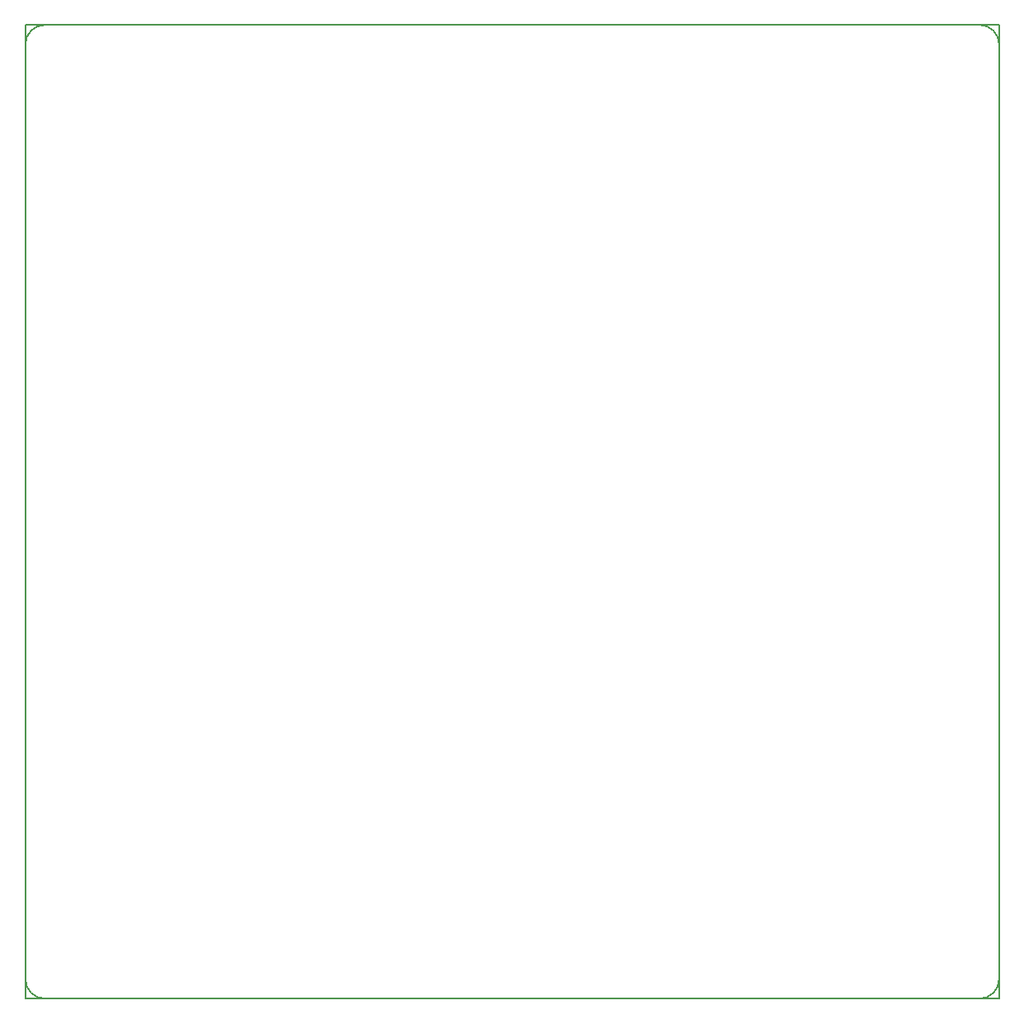
<source format=gbr>
%TF.GenerationSoftware,KiCad,Pcbnew,7.0.2-6a45011f42~172~ubuntu22.04.1*%
%TF.CreationDate,2023-05-18T11:35:50+02:00*%
%TF.ProjectId,midi_relais,6d696469-5f72-4656-9c61-69732e6b6963,rev?*%
%TF.SameCoordinates,Original*%
%TF.FileFunction,Profile,NP*%
%FSLAX46Y46*%
G04 Gerber Fmt 4.6, Leading zero omitted, Abs format (unit mm)*
G04 Created by KiCad (PCBNEW 7.0.2-6a45011f42~172~ubuntu22.04.1) date 2023-05-18 11:35:50*
%MOMM*%
%LPD*%
G01*
G04 APERTURE LIST*
%TA.AperFunction,Profile*%
%ADD10C,0.200000*%
%TD*%
G04 APERTURE END LIST*
D10*
X23000000Y-130000000D02*
G75*
G03*
X25000000Y-132000000I1999999J-1D01*
G01*
X121000000Y-132000000D02*
G75*
G03*
X123000000Y-130000000I1J1999999D01*
G01*
X123000000Y-34000000D02*
G75*
G03*
X121000000Y-32000000I-1999999J1D01*
G01*
X25000000Y-32000000D02*
G75*
G03*
X23000000Y-34000000I0J-2000000D01*
G01*
X23000000Y-32000000D02*
X123000000Y-32000000D01*
X123000000Y-132000000D01*
X23000000Y-132000000D01*
X23000000Y-32000000D01*
M02*

</source>
